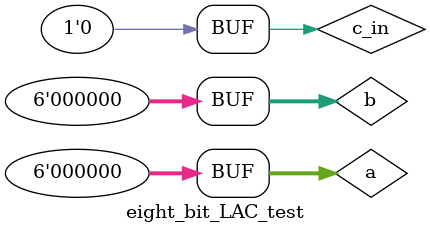
<source format=v>
`timescale 1ns / 1ps


module eight_bit_LAC_test;

	// Inputs
	reg [5:0] a;
	reg [5:0] b;
	reg c_in;

	// Outputs
	wire [7:0] S;
	wire c_out;

	// Instantiate the Unit Under Test (UUT)
	eight_bit_LAC uut (
		.a(a), 
		.b(b), 
		.c_in(c_in), 
		.S(S), 
		.c_out(c_out)
	);

	initial begin
		// Initialize Inputs
		a = 5'd0;
		b = 5'd0;
		c_in = 0;

		// Wait 100 ns for global reset to finish
		#0.25;
		repeat(64)
		begin
		repeat(63)
		begin
		b=b+5'd1;
		#0.25;
		end
		a=a+5'b1;
		b=5'd0;
		#0.25;
		end
		// Add stimulus here

	end
      
endmodule

</source>
